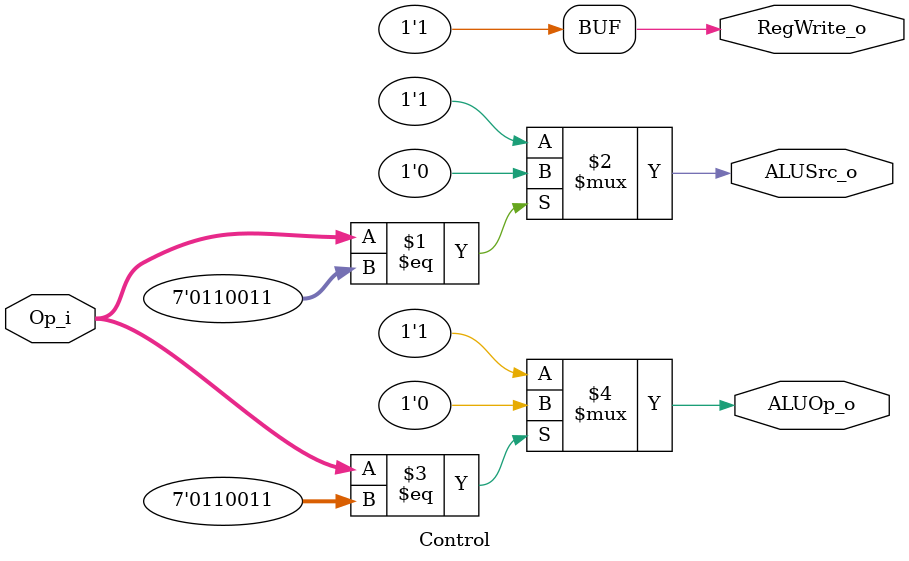
<source format=v>
module Control
(
		Op_i,
		ALUOp_o,
		ALUSrc_o,
		RegWrite_o
);

input [6:0] Op_i;
output ALUSrc_o, RegWrite_o, ALUOp_o;

assign ALUSrc_o = (Op_i == 7'b0110011) ? 1'b0 : 1'b1;
assign ALUOp_o = (Op_i == 7'b0110011) ? 1'b0 : 1'b1;
assign RegWrite_o = 1'b1;

endmodule

</source>
